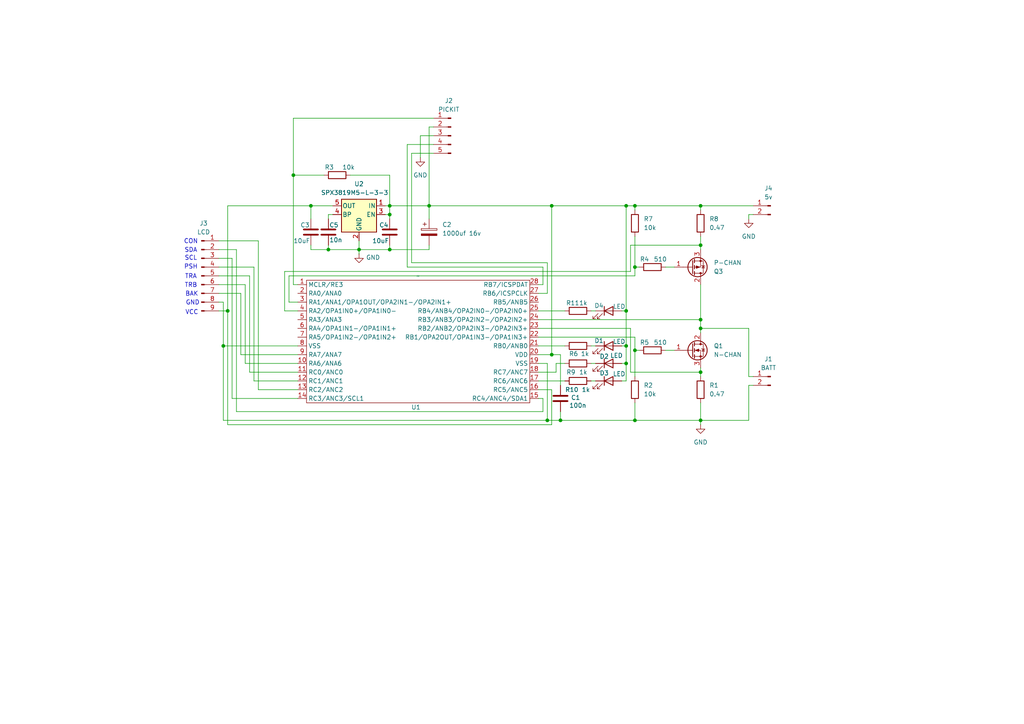
<source format=kicad_sch>
(kicad_sch (version 20231120) (generator "eeschema") (generator_version "8.0")
  (paper "A4")
  (lib_symbols
    (symbol "Connector:Conn_01x02_Pin" (pin_names (offset 1.016) hide)
      (property "Reference" "J" (at 0 2.54 0))
      (property "Value" "Conn_01x02_Pin" (at 0 -5.08 0))
      (symbol "Conn_01x02_Pin_1_1"
        (polyline (pts (xy 1.27 -2.54) (xy 0.8636 -2.54)) (stroke (width 0.1524)))
        (polyline (pts (xy 1.27 0) (xy 0.8636 0)) (stroke (width 0.1524)))
        (rectangle (start 0.8636 -2.413) (end 0 -2.667) (stroke (width 0.1524)) (fill (type outline)))
        (rectangle (start 0.8636 0.127) (end 0 -0.127) (stroke (width 0.1524)) (fill (type outline)))
        (pin passive line (at 5.08 0 180) (length 3.81) (name "Pin_1") (number "1"))
        (pin passive line (at 5.08 -2.54 180) (length 3.81) (name "Pin_2") (number "2"))
      )
    )
    (symbol "Connector:Conn_01x05_Pin" (pin_names (offset 1.016) hide)
      (property "Reference" "J" (at 0 7.62 0))
      (property "Value" "Conn_01x05_Pin" (at 0 -7.62 0))
      (symbol "Conn_01x05_Pin_1_1"
        (polyline (pts (xy 1.27 -5.08) (xy 0.8636 -5.08)) (stroke (width 0.1524)))
        (polyline (pts (xy 1.27 -2.54) (xy 0.8636 -2.54)) (stroke (width 0.1524)))
        (polyline (pts (xy 1.27 0) (xy 0.8636 0)) (stroke (width 0.1524)))
        (polyline (pts (xy 1.27 2.54) (xy 0.8636 2.54)) (stroke (width 0.1524)))
        (polyline (pts (xy 1.27 5.08) (xy 0.8636 5.08)) (stroke (width 0.1524)))
        (rectangle (start 0.8636 -4.953) (end 0 -5.207) (stroke (width 0.1524)) (fill (type outline)))
        (rectangle (start 0.8636 -2.413) (end 0 -2.667) (stroke (width 0.1524)) (fill (type outline)))
        (rectangle (start 0.8636 0.127) (end 0 -0.127) (stroke (width 0.1524)) (fill (type outline)))
        (rectangle (start 0.8636 2.667) (end 0 2.413) (stroke (width 0.1524)) (fill (type outline)))
        (rectangle (start 0.8636 5.207) (end 0 4.953) (stroke (width 0.1524)) (fill (type outline)))
        (pin passive line (at 5.08 5.08 180) (length 3.81) (name "Pin_1") (number "1"))
        (pin passive line (at 5.08 2.54 180) (length 3.81) (name "Pin_2") (number "2"))
        (pin passive line (at 5.08 0 180) (length 3.81) (name "Pin_3") (number "3"))
        (pin passive line (at 5.08 -2.54 180) (length 3.81) (name "Pin_4") (number "4"))
        (pin passive line (at 5.08 -5.08 180) (length 3.81) (name "Pin_5") (number "5"))
      )
    )
    (symbol "Connector:Conn_01x09_Pin" (pin_names (offset 1.016) hide)
      (property "Reference" "J" (at 0 12.7 0))
      (property "Value" "Conn_01x09_Pin" (at 0 -12.7 0))
      (symbol "Conn_01x09_Pin_1_1"
        (polyline (pts (xy 1.27 -10.16) (xy 0.8636 -10.16)) (stroke (width 0.1524)))
        (polyline (pts (xy 1.27 -7.62) (xy 0.8636 -7.62)) (stroke (width 0.1524)))
        (polyline (pts (xy 1.27 -5.08) (xy 0.8636 -5.08)) (stroke (width 0.1524)))
        (polyline (pts (xy 1.27 -2.54) (xy 0.8636 -2.54)) (stroke (width 0.1524)))
        (polyline (pts (xy 1.27 0) (xy 0.8636 0)) (stroke (width 0.1524)))
        (polyline (pts (xy 1.27 2.54) (xy 0.8636 2.54)) (stroke (width 0.1524)))
        (polyline (pts (xy 1.27 5.08) (xy 0.8636 5.08)) (stroke (width 0.1524)))
        (polyline (pts (xy 1.27 7.62) (xy 0.8636 7.62)) (stroke (width 0.1524)))
        (polyline (pts (xy 1.27 10.16) (xy 0.8636 10.16)) (stroke (width 0.1524)))
        (rectangle (start 0.8636 -10.033) (end 0 -10.287) (stroke (width 0.1524)) (fill (type outline)))
        (rectangle (start 0.8636 -7.493) (end 0 -7.747) (stroke (width 0.1524)) (fill (type outline)))
        (rectangle (start 0.8636 -4.953) (end 0 -5.207) (stroke (width 0.1524)) (fill (type outline)))
        (rectangle (start 0.8636 -2.413) (end 0 -2.667) (stroke (width 0.1524)) (fill (type outline)))
        (rectangle (start 0.8636 0.127) (end 0 -0.127) (stroke (width 0.1524)) (fill (type outline)))
        (rectangle (start 0.8636 2.667) (end 0 2.413) (stroke (width 0.1524)) (fill (type outline)))
        (rectangle (start 0.8636 5.207) (end 0 4.953) (stroke (width 0.1524)) (fill (type outline)))
        (rectangle (start 0.8636 7.747) (end 0 7.493) (stroke (width 0.1524)) (fill (type outline)))
        (rectangle (start 0.8636 10.287) (end 0 10.033) (stroke (width 0.1524)) (fill (type outline)))
        (pin passive line (at 5.08 10.16 180) (length 3.81) (name "Pin_1") (number "1"))
        (pin passive line (at 5.08 7.62 180) (length 3.81) (name "Pin_2") (number "2"))
        (pin passive line (at 5.08 5.08 180) (length 3.81) (name "Pin_3") (number "3"))
        (pin passive line (at 5.08 2.54 180) (length 3.81) (name "Pin_4") (number "4"))
        (pin passive line (at 5.08 0 180) (length 3.81) (name "Pin_5") (number "5"))
        (pin passive line (at 5.08 -2.54 180) (length 3.81) (name "Pin_6") (number "6"))
        (pin passive line (at 5.08 -5.08 180) (length 3.81) (name "Pin_7") (number "7"))
        (pin passive line (at 5.08 -7.62 180) (length 3.81) (name "Pin_8") (number "8"))
        (pin passive line (at 5.08 -10.16 180) (length 3.81) (name "Pin_9") (number "9"))
      )
    )
    (symbol "Device:C" (pin_numbers hide) (pin_names (offset 0.254))
      (property "Reference" "C" (at 0.635 2.54 0))
      (property "Value" "C" (at 0.635 -2.54 0))
      (symbol "C_0_1"
        (polyline (pts (xy -2.032 -0.762) (xy 2.032 -0.762)) (stroke (width 0.508)))
        (polyline (pts (xy -2.032 0.762) (xy 2.032 0.762)) (stroke (width 0.508)))
      )
      (symbol "C_1_1"
        (pin passive line (at 0 3.81 270) (length 2.794) (name "~") (number "1"))
        (pin passive line (at 0 -3.81 90) (length 2.794) (name "~") (number "2"))
      )
    )
    (symbol "Device:C_Polarized" (pin_numbers hide) (pin_names (offset 0.254))
      (property "Reference" "C" (at 0.635 2.54 0))
      (property "Value" "C_Polarized" (at 0.635 -2.54 0))
      (symbol "C_Polarized_0_1"
        (rectangle (start -2.286 0.508) (end 2.286 1.016))
        (polyline (pts (xy -1.778 2.286) (xy -0.762 2.286)))
        (polyline (pts (xy -1.27 2.794) (xy -1.27 1.778)))
        (rectangle (start 2.286 -0.508) (end -2.286 -1.016) (fill (type outline)))
      )
      (symbol "C_Polarized_1_1"
        (pin passive line (at 0 3.81 270) (length 2.794) (name "~") (number "1"))
        (pin passive line (at 0 -3.81 90) (length 2.794) (name "~") (number "2"))
      )
    )
    (symbol "Device:LED" (pin_numbers hide) (pin_names (offset 1.016) hide)
      (property "Reference" "D" (at 0 2.54 0))
      (property "Value" "LED" (at 0 -2.54 0))
      (symbol "LED_0_1"
        (polyline (pts (xy -1.27 -1.27) (xy -1.27 1.27)) (stroke (width 0.254)))
        (polyline (pts (xy -1.27 0) (xy 1.27 0)))
        (polyline (pts (xy 1.27 -1.27) (xy 1.27 1.27) (xy -1.27 0) (xy 1.27 -1.27)) (stroke (width 0.254)))
        (polyline (pts (xy -3.048 -0.762) (xy -4.572 -2.286) (xy -3.81 -2.286) (xy -4.572 -2.286) (xy -4.572 -1.524)))
        (polyline (pts (xy -1.778 -0.762) (xy -3.302 -2.286) (xy -2.54 -2.286) (xy -3.302 -2.286) (xy -3.302 -1.524)))
      )
      (symbol "LED_1_1"
        (pin passive line (at -3.81 0 0) (length 2.54) (name "K") (number "1"))
        (pin passive line (at 3.81 0 180) (length 2.54) (name "A") (number "2"))
      )
    )
    (symbol "Device:R" (pin_numbers hide) (pin_names (offset 0))
      (property "Reference" "R" (at 2.032 0 90))
      (property "Value" "R" (at 0 0 90))
      (symbol "R_0_1"
        (rectangle (start -1.016 -2.54) (end 1.016 2.54) (stroke (width 0.254)))
      )
      (symbol "R_1_1"
        (pin passive line (at 0 3.81 270) (length 1.27) (name "~") (number "1"))
        (pin passive line (at 0 -3.81 90) (length 1.27) (name "~") (number "2"))
      )
    )
    (symbol "Microchip:PIC18F25Q71"
      (property "Reference" "U" (at 0 22.86 0))
      (symbol "PIC18F25Q71_0_1"
        (rectangle (start -33.02 21.59) (end 31.75 -13.97))
      )
      (symbol "PIC18F25Q71_1_1"
        (pin bidirectional line (at -35.56 20.32 0) (length 2.54) (name "MCLR/RE3") (number "1"))
        (pin bidirectional line (at -35.56 -2.54 0) (length 2.54) (name "RA6/ANA6") (number "10"))
        (pin bidirectional line (at -35.56 -5.08 0) (length 2.54) (name "RC0/ANC0") (number "11"))
        (pin bidirectional line (at -35.56 -7.62 0) (length 2.54) (name "RC1/ANC1") (number "12"))
        (pin bidirectional line (at -35.56 -10.16 0) (length 2.54) (name "RC2/ANC2") (number "13"))
        (pin bidirectional line (at -35.56 -12.7 0) (length 2.54) (name "RC3/ANC3/SCL1") (number "14"))
        (pin bidirectional line (at 34.29 -12.7 180) (length 2.54) (name "RC4/ANC4/SDA1") (number "15"))
        (pin bidirectional line (at 34.29 -10.16 180) (length 2.54) (name "RC5/ANC5") (number "16"))
        (pin bidirectional line (at 34.29 -7.62 180) (length 2.54) (name "RC6/ANC6") (number "17"))
        (pin bidirectional line (at 34.29 -5.08 180) (length 2.54) (name "RC7/ANC7") (number "18"))
        (pin power_in line (at 34.29 -2.54 180) (length 2.54) (name "VSS") (number "19"))
        (pin bidirectional line (at -35.56 17.78 0) (length 2.54) (name "RA0/ANA0") (number "2"))
        (pin power_in line (at 34.29 0 180) (length 2.54) (name "VDD") (number "20"))
        (pin bidirectional line (at 34.29 2.54 180) (length 2.54) (name "RB0/ANB0") (number "21"))
        (pin bidirectional line (at 34.29 5.08 180) (length 2.54) (name "RB1/OPA2OUT/OPA1IN3-/OPA1IN3+") (number "22"))
        (pin bidirectional line (at 34.29 7.62 180) (length 2.54) (name "RB2/ANB2/OPA2IN3-/OPA2IN3+") (number "23"))
        (pin bidirectional line (at 34.29 10.16 180) (length 2.54) (name "RB3/ANB3/OPA2IN2-/OPA2IN2+") (number "24"))
        (pin bidirectional line (at 34.29 12.7 180) (length 2.54) (name "RB4/ANB4/OPA2IN0-/OPA2IN0+") (number "25"))
        (pin bidirectional line (at 34.29 15.24 180) (length 2.54) (name "RB5/ANB5") (number "26"))
        (pin bidirectional line (at 34.29 17.78 180) (length 2.54) (name "RB6/ICSPCLK") (number "27"))
        (pin bidirectional line (at 34.29 20.32 180) (length 2.54) (name "RB7/ICSPDAT") (number "28"))
        (pin bidirectional line (at -35.56 15.24 0) (length 2.54) (name "RA1/ANA1/OPA1OUT/OPA2IN1-/OPA2IN1+") (number "3"))
        (pin bidirectional line (at -35.56 12.7 0) (length 2.54) (name "RA2/OPA1IN0+/OPA1IN0-") (number "4"))
        (pin bidirectional line (at -35.56 10.16 0) (length 2.54) (name "RA3/ANA3") (number "5"))
        (pin bidirectional line (at -35.56 7.62 0) (length 2.54) (name "RA4/OPA1IN1-/OPA1IN1+") (number "6"))
        (pin bidirectional line (at -35.56 5.08 0) (length 2.54) (name "RA5/OPA1IN2-/OPA1IN2+") (number "7"))
        (pin power_in line (at -35.56 2.54 0) (length 2.54) (name "VSS") (number "8"))
        (pin bidirectional line (at -35.56 0 0) (length 2.54) (name "RA7/ANA7") (number "9"))
      )
    )
    (symbol "Regulator_Linear:SPX3819M5-L-3-3" (pin_names (offset 0.254))
      (property "Reference" "U" (at -3.81 5.715 0))
      (property "Value" "SPX3819M5-L-3-3" (at 0 5.715 0))
      (symbol "SPX3819M5-L-3-3_0_1"
        (rectangle (start -5.08 4.445) (end 5.08 -5.08) (stroke (width 0.254)) (fill (type background)))
      )
      (symbol "SPX3819M5-L-3-3_1_1"
        (pin power_in line (at -7.62 2.54 0) (length 2.54) (name "IN") (number "1"))
        (pin power_in line (at 0 -7.62 90) (length 2.54) (name "GND") (number "2"))
        (pin input line (at -7.62 0 0) (length 2.54) (name "EN") (number "3"))
        (pin input line (at 7.62 0 180) (length 2.54) (name "BP") (number "4"))
        (pin power_out line (at 7.62 2.54 180) (length 2.54) (name "OUT") (number "5"))
      )
    )
    (symbol "Transistor_FET:IRF540N" (pin_names hide)
      (property "Reference" "Q" (at 5.08 1.905 0))
      (property "Value" "IRF540N" (at 5.08 0 0))
      (symbol "IRF540N_0_1"
        (polyline (pts (xy 0.254 0) (xy -2.54 0)))
        (polyline (pts (xy 0.254 1.905) (xy 0.254 -1.905)) (stroke (width 0.254)))
        (polyline (pts (xy 0.762 -1.27) (xy 0.762 -2.286)) (stroke (width 0.254)))
        (polyline (pts (xy 0.762 0.508) (xy 0.762 -0.508)) (stroke (width 0.254)))
        (polyline (pts (xy 0.762 2.286) (xy 0.762 1.27)) (stroke (width 0.254)))
        (polyline (pts (xy 2.54 2.54) (xy 2.54 1.778)))
        (polyline (pts (xy 2.54 -2.54) (xy 2.54 0) (xy 0.762 0)))
        (polyline (pts (xy 0.762 -1.778) (xy 3.302 -1.778) (xy 3.302 1.778) (xy 0.762 1.778)))
        (polyline (pts (xy 1.016 0) (xy 2.032 0.381) (xy 2.032 -0.381) (xy 1.016 0)) (fill (type outline)))
        (polyline (pts (xy 2.794 0.508) (xy 2.921 0.381) (xy 3.683 0.381) (xy 3.81 0.254)))
        (polyline (pts (xy 3.302 0.381) (xy 2.921 -0.254) (xy 3.683 -0.254) (xy 3.302 0.381)))
        (circle (center 1.651 0) (radius 2.794) (stroke (width 0.254)))
        (circle (center 2.54 -1.778) (radius 0.254) (fill (type outline)))
        (circle (center 2.54 1.778) (radius 0.254) (fill (type outline)))
      )
      (symbol "IRF540N_1_1"
        (pin input line (at -5.08 0 0) (length 2.54) (name "G") (number "1"))
        (pin passive line (at 2.54 5.08 270) (length 2.54) (name "D") (number "2"))
        (pin passive line (at 2.54 -5.08 90) (length 2.54) (name "S") (number "3"))
      )
    )
    (symbol "Transistor_FET:IRF9540N" (pin_names hide)
      (property "Reference" "Q" (at 5.08 1.905 0))
      (property "Value" "IRF9540N" (at 5.08 0 0))
      (symbol "IRF9540N_0_1"
        (polyline (pts (xy 0.254 0) (xy -2.54 0)))
        (polyline (pts (xy 0.254 1.905) (xy 0.254 -1.905)) (stroke (width 0.254)))
        (polyline (pts (xy 0.762 -1.27) (xy 0.762 -2.286)) (stroke (width 0.254)))
        (polyline (pts (xy 0.762 0.508) (xy 0.762 -0.508)) (stroke (width 0.254)))
        (polyline (pts (xy 0.762 2.286) (xy 0.762 1.27)) (stroke (width 0.254)))
        (polyline (pts (xy 2.54 2.54) (xy 2.54 1.778)))
        (polyline (pts (xy 2.54 -2.54) (xy 2.54 0) (xy 0.762 0)))
        (polyline (pts (xy 0.762 1.778) (xy 3.302 1.778) (xy 3.302 -1.778) (xy 0.762 -1.778)))
        (polyline (pts (xy 2.286 0) (xy 1.27 0.381) (xy 1.27 -0.381) (xy 2.286 0)) (fill (type outline)))
        (polyline (pts (xy 2.794 -0.508) (xy 2.921 -0.381) (xy 3.683 -0.381) (xy 3.81 -0.254)))
        (polyline (pts (xy 3.302 -0.381) (xy 2.921 0.254) (xy 3.683 0.254) (xy 3.302 -0.381)))
        (circle (center 1.651 0) (radius 2.794) (stroke (width 0.254)))
        (circle (center 2.54 -1.778) (radius 0.254) (fill (type outline)))
        (circle (center 2.54 1.778) (radius 0.254) (fill (type outline)))
      )
      (symbol "IRF9540N_1_1"
        (pin input line (at -5.08 0 0) (length 2.54) (name "G") (number "1"))
        (pin passive line (at 2.54 5.08 270) (length 2.54) (name "D") (number "2"))
        (pin passive line (at 2.54 -5.08 90) (length 2.54) (name "S") (number "3"))
      )
    )
    (symbol "power:GND" (power) (pin_numbers hide) (pin_names (offset 0) hide)
      (property "Value" "GND" (at 0 -3.81 0))
      (symbol "GND_0_1"
        (polyline (pts (xy 0 0) (xy 0 -1.27) (xy 1.27 -1.27) (xy 0 -2.54) (xy -1.27 -1.27) (xy 0 -1.27)))
      )
      (symbol "GND_1_1"
        (pin power_in line (at 0 0 270) (length 0) (name "~") (number "1"))
      )
    )
  )
  (junction (at 160.02 102.87))
  (junction (at 203.2 59.69))
  (junction (at 85.09 50.8))
  (junction (at 113.03 59.69))
  (junction (at 203.2 121.92))
  (junction (at 184.15 121.92))
  (junction (at 104.14 72.39))
  (junction (at 203.2 95.25))
  (junction (at 184.15 59.69))
  (junction (at 160.02 59.69))
  (junction (at 181.61 105.41))
  (junction (at 162.56 121.92))
  (junction (at 66.04 90.17))
  (junction (at 64.77 100.33))
  (junction (at 181.61 59.69))
  (junction (at 90.17 59.69))
  (junction (at 181.61 90.17))
  (junction (at 158.75 121.92))
  (junction (at 95.25 72.39))
  (junction (at 184.15 101.6))
  (junction (at 113.03 62.23))
  (junction (at 113.03 72.39))
  (junction (at 184.15 77.47))
  (junction (at 181.61 100.33))
  (junction (at 124.46 59.69))
  (junction (at 203.2 92.71))
  (junction (at 203.2 71.12))
  (junction (at 203.2 107.95))
  (wire (pts (xy 113.03 72.39) (xy 104.14 72.39)))
  (wire (pts (xy 63.5 87.63) (xy 64.77 87.63)))
  (wire (pts (xy 64.77 100.33) (xy 86.36 100.33)))
  (wire (pts (xy 63.5 80.01) (xy 72.39 80.01)))
  (wire (pts (xy 156.21 85.09) (xy 158.75 85.09)))
  (wire (pts (xy 203.2 60.96) (xy 203.2 59.69)))
  (wire (pts (xy 203.2 92.71) (xy 203.2 95.25)))
  (wire (pts (xy 157.48 119.38) (xy 68.58 119.38)))
  (wire (pts (xy 63.5 77.47) (xy 73.66 77.47)))
  (wire (pts (xy 113.03 59.69) (xy 124.46 59.69)))
  (wire (pts (xy 66.04 123.19) (xy 66.04 90.17)))
  (wire (pts (xy 118.11 77.47) (xy 118.11 41.91)))
  (wire (pts (xy 156.21 95.25) (xy 182.88 95.25)))
  (wire (pts (xy 119.38 76.2) (xy 119.38 44.45)))
  (wire (pts (xy 90.17 59.69) (xy 96.52 59.69)))
  (wire (pts (xy 90.17 71.12) (xy 90.17 72.39)))
  (wire (pts (xy 124.46 71.12) (xy 124.46 72.39)))
  (wire (pts (xy 85.09 50.8) (xy 93.98 50.8)))
  (wire (pts (xy 158.75 105.41) (xy 158.75 121.92)))
  (wire (pts (xy 111.76 62.23) (xy 113.03 62.23)))
  (wire (pts (xy 113.03 50.8) (xy 113.03 59.69)))
  (wire (pts (xy 157.48 77.47) (xy 118.11 77.47)))
  (wire (pts (xy 203.2 116.84) (xy 203.2 121.92)))
  (wire (pts (xy 156.21 100.33) (xy 163.83 100.33)))
  (wire (pts (xy 157.48 82.55) (xy 157.48 77.47)))
  (wire (pts (xy 163.83 105.41) (xy 161.29 105.41)))
  (wire (pts (xy 156.21 110.49) (xy 163.83 110.49)))
  (wire (pts (xy 182.88 107.95) (xy 203.2 107.95)))
  (wire (pts (xy 184.15 68.58) (xy 184.15 77.47)))
  (wire (pts (xy 203.2 106.68) (xy 203.2 107.95)))
  (wire (pts (xy 171.45 105.41) (xy 172.72 105.41)))
  (wire (pts (xy 86.36 90.17) (xy 82.55 90.17)))
  (wire (pts (xy 182.88 95.25) (xy 182.88 107.95)))
  (wire (pts (xy 95.25 62.23) (xy 96.52 62.23)))
  (wire (pts (xy 156.21 92.71) (xy 203.2 92.71)))
  (wire (pts (xy 160.02 59.69) (xy 181.61 59.69)))
  (wire (pts (xy 156.21 102.87) (xy 160.02 102.87)))
  (wire (pts (xy 157.48 115.57) (xy 157.48 119.38)))
  (wire (pts (xy 86.36 82.55) (xy 85.09 82.55)))
  (wire (pts (xy 184.15 101.6) (xy 184.15 109.22)))
  (wire (pts (xy 217.17 111.76) (xy 217.17 121.92)))
  (wire (pts (xy 124.46 72.39) (xy 113.03 72.39)))
  (wire (pts (xy 125.73 39.37) (xy 121.92 39.37)))
  (wire (pts (xy 85.09 34.29) (xy 125.73 34.29)))
  (wire (pts (xy 156.21 90.17) (xy 163.83 90.17)))
  (wire (pts (xy 90.17 72.39) (xy 95.25 72.39)))
  (wire (pts (xy 218.44 109.22) (xy 217.17 109.22)))
  (wire (pts (xy 67.31 115.57) (xy 86.36 115.57)))
  (wire (pts (xy 72.39 80.01) (xy 72.39 107.95)))
  (wire (pts (xy 193.04 77.47) (xy 195.58 77.47)))
  (wire (pts (xy 218.44 62.23) (xy 217.17 62.23)))
  (wire (pts (xy 184.15 59.69) (xy 203.2 59.69)))
  (wire (pts (xy 83.82 80.01) (xy 184.15 80.01)))
  (wire (pts (xy 156.21 105.41) (xy 158.75 105.41)))
  (wire (pts (xy 203.2 121.92) (xy 203.2 123.19)))
  (wire (pts (xy 104.14 72.39) (xy 104.14 73.66)))
  (wire (pts (xy 182.88 78.74) (xy 182.88 71.12)))
  (wire (pts (xy 95.25 72.39) (xy 104.14 72.39)))
  (wire (pts (xy 171.45 90.17) (xy 172.72 90.17)))
  (wire (pts (xy 158.75 76.2) (xy 119.38 76.2)))
  (wire (pts (xy 73.66 110.49) (xy 86.36 110.49)))
  (wire (pts (xy 113.03 71.12) (xy 113.03 72.39)))
  (wire (pts (xy 203.2 107.95) (xy 203.2 109.22)))
  (wire (pts (xy 67.31 115.57) (xy 67.31 74.93)))
  (wire (pts (xy 193.04 101.6) (xy 195.58 101.6)))
  (wire (pts (xy 104.14 69.85) (xy 104.14 72.39)))
  (wire (pts (xy 74.93 113.03) (xy 86.36 113.03)))
  (wire (pts (xy 85.09 50.8) (xy 85.09 34.29)))
  (wire (pts (xy 180.34 90.17) (xy 181.61 90.17)))
  (wire (pts (xy 158.75 85.09) (xy 158.75 76.2)))
  (wire (pts (xy 158.75 121.92) (xy 162.56 121.92)))
  (wire (pts (xy 160.02 113.03) (xy 160.02 123.19)))
  (wire (pts (xy 71.12 105.41) (xy 86.36 105.41)))
  (wire (pts (xy 86.36 87.63) (xy 83.82 87.63)))
  (wire (pts (xy 83.82 87.63) (xy 83.82 80.01)))
  (wire (pts (xy 64.77 100.33) (xy 64.77 121.92)))
  (wire (pts (xy 162.56 102.87) (xy 160.02 102.87)))
  (wire (pts (xy 67.31 74.93) (xy 63.5 74.93)))
  (wire (pts (xy 74.93 69.85) (xy 74.93 113.03)))
  (wire (pts (xy 82.55 90.17) (xy 82.55 78.74)))
  (wire (pts (xy 69.85 102.87) (xy 69.85 85.09)))
  (wire (pts (xy 203.2 68.58) (xy 203.2 71.12)))
  (wire (pts (xy 171.45 110.49) (xy 172.72 110.49)))
  (wire (pts (xy 68.58 72.39) (xy 63.5 72.39)))
  (wire (pts (xy 180.34 100.33) (xy 181.61 100.33)))
  (wire (pts (xy 160.02 102.87) (xy 160.02 59.69)))
  (wire (pts (xy 180.34 110.49) (xy 181.61 110.49)))
  (wire (pts (xy 184.15 121.92) (xy 203.2 121.92)))
  (wire (pts (xy 217.17 95.25) (xy 217.17 109.22)))
  (wire (pts (xy 71.12 82.55) (xy 63.5 82.55)))
  (wire (pts (xy 218.44 111.76) (xy 217.17 111.76)))
  (wire (pts (xy 162.56 119.38) (xy 162.56 121.92)))
  (wire (pts (xy 185.42 77.47) (xy 184.15 77.47)))
  (wire (pts (xy 180.34 105.41) (xy 181.61 105.41)))
  (wire (pts (xy 156.21 107.95) (xy 161.29 107.95)))
  (wire (pts (xy 182.88 71.12) (xy 203.2 71.12)))
  (wire (pts (xy 66.04 59.69) (xy 90.17 59.69)))
  (wire (pts (xy 101.6 50.8) (xy 113.03 50.8)))
  (wire (pts (xy 161.29 105.41) (xy 161.29 107.95)))
  (wire (pts (xy 64.77 121.92) (xy 158.75 121.92)))
  (wire (pts (xy 63.5 69.85) (xy 74.93 69.85)))
  (wire (pts (xy 217.17 121.92) (xy 203.2 121.92)))
  (wire (pts (xy 162.56 121.92) (xy 184.15 121.92)))
  (wire (pts (xy 111.76 59.69) (xy 113.03 59.69)))
  (wire (pts (xy 156.21 115.57) (xy 157.48 115.57)))
  (wire (pts (xy 121.92 39.37) (xy 121.92 45.72)))
  (wire (pts (xy 73.66 77.47) (xy 73.66 110.49)))
  (wire (pts (xy 184.15 97.79) (xy 184.15 101.6)))
  (wire (pts (xy 203.2 59.69) (xy 218.44 59.69)))
  (wire (pts (xy 118.11 41.91) (xy 125.73 41.91)))
  (wire (pts (xy 82.55 78.74) (xy 182.88 78.74)))
  (wire (pts (xy 156.21 82.55) (xy 157.48 82.55)))
  (wire (pts (xy 124.46 59.69) (xy 160.02 59.69)))
  (wire (pts (xy 203.2 96.52) (xy 203.2 95.25)))
  (wire (pts (xy 217.17 62.23) (xy 217.17 63.5)))
  (wire (pts (xy 113.03 62.23) (xy 113.03 59.69)))
  (wire (pts (xy 119.38 44.45) (xy 125.73 44.45)))
  (wire (pts (xy 85.09 50.8) (xy 85.09 82.55)))
  (wire (pts (xy 124.46 59.69) (xy 124.46 63.5)))
  (wire (pts (xy 203.2 82.55) (xy 203.2 92.71)))
  (wire (pts (xy 66.04 59.69) (xy 66.04 90.17)))
  (wire (pts (xy 203.2 71.12) (xy 203.2 72.39)))
  (wire (pts (xy 86.36 102.87) (xy 69.85 102.87)))
  (wire (pts (xy 160.02 123.19) (xy 66.04 123.19)))
  (wire (pts (xy 125.73 36.83) (xy 124.46 36.83)))
  (wire (pts (xy 90.17 59.69) (xy 90.17 63.5)))
  (wire (pts (xy 181.61 59.69) (xy 184.15 59.69)))
  (wire (pts (xy 203.2 95.25) (xy 217.17 95.25)))
  (wire (pts (xy 71.12 82.55) (xy 71.12 105.41)))
  (wire (pts (xy 171.45 100.33) (xy 172.72 100.33)))
  (wire (pts (xy 113.03 62.23) (xy 113.03 63.5)))
  (wire (pts (xy 124.46 36.83) (xy 124.46 59.69)))
  (wire (pts (xy 95.25 63.5) (xy 95.25 62.23)))
  (wire (pts (xy 63.5 90.17) (xy 66.04 90.17)))
  (wire (pts (xy 184.15 116.84) (xy 184.15 121.92)))
  (wire (pts (xy 64.77 87.63) (xy 64.77 100.33)))
  (wire (pts (xy 156.21 113.03) (xy 160.02 113.03)))
  (wire (pts (xy 72.39 107.95) (xy 86.36 107.95)))
  (wire (pts (xy 181.61 59.69) (xy 181.61 90.17)))
  (wire (pts (xy 181.61 105.41) (xy 181.61 110.49)))
  (wire (pts (xy 181.61 100.33) (xy 181.61 105.41)))
  (wire (pts (xy 68.58 72.39) (xy 68.58 119.38)))
  (wire (pts (xy 184.15 80.01) (xy 184.15 77.47)))
  (wire (pts (xy 181.61 90.17) (xy 181.61 100.33)))
  (wire (pts (xy 184.15 59.69) (xy 184.15 60.96)))
  (wire (pts (xy 185.42 101.6) (xy 184.15 101.6)))
  (wire (pts (xy 95.25 71.12) (xy 95.25 72.39)))
  (wire (pts (xy 156.21 97.79) (xy 184.15 97.79)))
  (wire (pts (xy 69.85 85.09) (xy 63.5 85.09)))
  (wire (pts (xy 162.56 111.76) (xy 162.56 102.87)))
  (text "VCC" (at 55.626 90.678 0) (effects (font (size 1.27 1.27))))
  (text "CON" (at 55.372 70.104 0) (effects (font (size 1.27 1.27))))
  (text "SDA" (at 55.372 72.644 0) (effects (font (size 1.27 1.27))))
  (text "GND" (at 55.88 87.884 0) (effects (font (size 1.27 1.27))))
  (text "TRB" (at 55.372 82.804 0) (effects (font (size 1.27 1.27))))
  (text "TRA" (at 55.372 80.264 0) (effects (font (size 1.27 1.27))))
  (text "PSH" (at 55.372 77.47 0) (effects (font (size 1.27 1.27))))
  (text "BAK" (at 55.626 85.344 0) (effects (font (size 1.27 1.27))))
  (text "SCL" (at 55.372 74.93 0) (effects (font (size 1.27 1.27))))
  (symbol (lib_id "Device:LED") (at 176.53 90.17 0) (unit 1)
    (property "Reference" "D4" (at 173.736 88.646 0))
    (property "Value" "LED" (at 179.578 88.9 0))
    (property "Description" "Light emitting diode" (effects (hide yes)))
  )
  (symbol (lib_id "Device:C") (at 113.03 67.31 0) (unit 1)
    (property "Reference" "C4" (at 109.982 65.278 0) (effects (justify left)))
    (property "Value" "10uF" (at 107.95 69.85 0) (effects (justify left)))
    (property "Description" "Unpolarized capacitor" (effects (hide yes)))
  )
  (symbol (lib_id "Device:C") (at 90.17 67.31 0) (unit 1)
    (property "Reference" "C3" (at 87.122 65.278 0) (effects (justify left)))
    (property "Value" "10uF" (at 85.09 69.85 0) (effects (justify left)))
    (property "Description" "Unpolarized capacitor" (effects (hide yes)))
  )
  (symbol (lib_id "Regulator_Linear:SPX3819M5-L-3-3") (at 104.14 62.23 0) (mirror y) (unit 1)
    (property "Reference" "U2" (at 104.14 53.34 0))
    (property "Value" "SPX3819M5-L-3-3" (at 102.87 55.88 0))
    (property "Footprint" "Package_TO_SOT_SMD:SOT-23-5" (effects (hide yes)))
    (property "Datasheet" "https://www.exar.com/content/document.ashx?id=22106&languageid=1033&type=Datasheet&partnumber=SPX3819&filename=SPX3819.pdf&part=SPX3819" (effects (hide yes)))
    (property "Description" "500mA Low drop-out regulator, Fixed Output 3.3V, SOT-23-5" (effects (hide yes)))
  )
  (symbol (lib_id "Device:R") (at 203.2 64.77 0) (unit 1)
    (property "Reference" "R8" (at 205.74 63.4999 0) (effects (justify left)))
    (property "Value" "0.47" (at 205.74 66.0399 0) (effects (justify left)))
    (property "Description" "Resistor" (effects (hide yes)))
  )
  (symbol (lib_id "Device:R") (at 184.15 64.77 0) (unit 1)
    (property "Reference" "R7" (at 186.69 63.4999 0) (effects (justify left)))
    (property "Value" "10k" (at 186.69 66.0399 0) (effects (justify left)))
    (property "Description" "Resistor" (effects (hide yes)))
  )
  (symbol (lib_id "Device:R") (at 167.64 90.17 90) (unit 1)
    (property "Reference" "R11" (at 166.116 87.884 90))
    (property "Value" "1k" (at 169.164 87.884 90))
    (property "Description" "Resistor" (effects (hide yes)))
  )
  (symbol (lib_id "power:GND") (at 121.92 45.72 0) (unit 1)
    (property "Reference" "#PWR02" (effects (hide yes)))
    (property "Value" "GND" (at 121.92 50.8 0))
    (property "Description" "Power symbol creates a global label with name \"GND\" , ground" (effects (hide yes)))
  )
  (symbol (lib_id "power:GND") (at 104.14 73.66 0) (unit 1)
    (property "Reference" "#PWR03" (effects (hide yes)))
    (property "Value" "GND" (at 108.204 74.676 0))
    (property "Description" "Power symbol creates a global label with name \"GND\" , ground" (effects (hide yes)))
  )
  (symbol (lib_id "Device:R") (at 167.64 110.49 90) (unit 1)
    (property "Reference" "R10" (at 165.862 113.03 90))
    (property "Value" "1k" (at 169.926 113.03 90))
    (property "Description" "Resistor" (effects (hide yes)))
  )
  (symbol (lib_id "Microchip:PIC18F25Q71") (at 121.92 102.87 0) (unit 1)
    (property "Reference" "U1" (at 120.65 118.11 0))
    (property "Value" "~" (at 121.285 80.01 0))
  )
  (symbol (lib_id "Device:LED") (at 176.53 105.41 0) (unit 1)
    (property "Reference" "D2" (at 175.26 103.378 0))
    (property "Value" "LED" (at 178.816 103.124 0))
    (property "Description" "Light emitting diode" (effects (hide yes)))
  )
  (symbol (lib_id "Device:C") (at 162.56 115.57 0) (unit 1)
    (property "Reference" "C1" (at 165.608 115.316 0) (effects (justify left)))
    (property "Value" "100n" (at 165.1 117.602 0) (effects (justify left)))
    (property "Description" "Unpolarized capacitor" (effects (hide yes)))
  )
  (symbol (lib_id "Device:R") (at 189.23 77.47 90) (unit 1)
    (property "Reference" "R4" (at 186.944 75.184 90))
    (property "Value" "510" (at 191.516 75.184 90))
    (property "Description" "Resistor" (effects (hide yes)))
  )
  (symbol (lib_id "Device:R") (at 189.23 101.6 90) (unit 1)
    (property "Reference" "R5" (at 186.944 99.314 90))
    (property "Value" "510" (at 191.516 99.314 90))
    (property "Description" "Resistor" (effects (hide yes)))
  )
  (symbol (lib_id "Connector:Conn_01x09_Pin") (at 58.42 80.01 0) (unit 1)
    (property "Reference" "J3" (at 59.055 64.77 0))
    (property "Value" "LCD" (at 59.055 67.31 0))
    (property "Description" "Generic connector, single row, 01x09, script generated" (effects (hide yes)))
  )
  (symbol (lib_id "Connector:Conn_01x05_Pin") (at 130.81 39.37 0) (mirror y) (unit 1)
    (property "Reference" "J2" (at 130.175 29.21 0))
    (property "Value" "PICKIT" (at 130.175 31.75 0))
    (property "Description" "Generic connector, single row, 01x05, script generated" (effects (hide yes)))
  )
  (symbol (lib_id "Device:R") (at 167.64 100.33 90) (unit 1)
    (property "Reference" "R6" (at 166.37 102.616 90))
    (property "Value" "1k" (at 169.672 102.616 90))
    (property "Description" "Resistor" (effects (hide yes)))
  )
  (symbol (lib_id "Connector:Conn_01x02_Pin") (at 223.52 59.69 0) (mirror y) (unit 1)
    (property "Reference" "J4" (at 222.885 54.61 0))
    (property "Value" "5v" (at 222.885 57.15 0))
    (property "Description" "Generic connector, single row, 01x02, script generated" (effects (hide yes)))
  )
  (symbol (lib_id "Connector:Conn_01x02_Pin") (at 223.52 109.22 0) (mirror y) (unit 1)
    (property "Reference" "J1" (at 222.885 104.14 0))
    (property "Value" "BATT" (at 222.885 106.68 0))
    (property "Description" "Generic connector, single row, 01x02, script generated" (effects (hide yes)))
  )
  (symbol (lib_id "Device:C_Polarized") (at 124.46 67.31 0) (unit 1)
    (property "Reference" "C2" (at 128.27 65.1509 0) (effects (justify left)))
    (property "Value" "1000uf 16v" (at 128.27 67.6909 0) (effects (justify left)))
    (property "Description" "Polarized capacitor" (effects (hide yes)))
  )
  (symbol (lib_id "Device:R") (at 184.15 113.03 0) (unit 1)
    (property "Reference" "R2" (at 186.69 111.7599 0) (effects (justify left)))
    (property "Value" "10k" (at 186.69 114.2999 0) (effects (justify left)))
    (property "Description" "Resistor" (effects (hide yes)))
  )
  (symbol (lib_id "Device:R") (at 203.2 113.03 0) (unit 1)
    (property "Reference" "R1" (at 205.74 111.7599 0) (effects (justify left)))
    (property "Value" "0.47" (at 205.74 114.2999 0) (effects (justify left)))
    (property "Description" "Resistor" (effects (hide yes)))
  )
  (symbol (lib_id "Device:C") (at 95.25 67.31 0) (unit 1)
    (property "Reference" "C5" (at 95.504 65.278 0) (effects (justify left)))
    (property "Value" "10n" (at 95.504 69.596 0) (effects (justify left)))
    (property "Description" "Unpolarized capacitor" (effects (hide yes)))
  )
  (symbol (lib_id "Device:LED") (at 176.53 110.49 0) (unit 1)
    (property "Reference" "D3" (at 175.26 108.204 0))
    (property "Value" "LED" (at 179.578 108.458 0))
    (property "Description" "Light emitting diode" (effects (hide yes)))
  )
  (symbol (lib_id "Device:R") (at 167.64 105.41 90) (unit 1)
    (property "Reference" "R9" (at 165.608 107.95 90))
    (property "Value" "1k" (at 169.164 107.95 90))
    (property "Description" "Resistor" (effects (hide yes)))
  )
  (symbol (lib_id "power:GND") (at 203.2 123.19 0) (unit 1)
    (property "Reference" "#PWR01" (effects (hide yes)))
    (property "Value" "GND" (at 203.2 128.27 0))
    (property "Description" "Power symbol creates a global label with name \"GND\" , ground" (effects (hide yes)))
  )
  (symbol (lib_id "Device:R") (at 97.79 50.8 90) (unit 1)
    (property "Reference" "R3" (at 95.504 48.514 90))
    (property "Value" "10k" (at 101.092 48.514 90))
    (property "Description" "Resistor" (effects (hide yes)))
  )
  (symbol (lib_id "Transistor_FET:IRF9540N") (at 200.66 77.47 0) (mirror x) (unit 1)
    (property "Reference" "Q3" (at 207.01 78.7401 0) (effects (justify left)))
    (property "Value" "P-CHAN" (at 207.01 76.2001 0) (effects (justify left)))
    (property "Footprint" "Package_TO_SOT_THT:TO-220-3_Vertical" (effects (hide yes)))
    (property "Datasheet" "http://www.irf.com/product-info/datasheets/data/irf9540n.pdf" (effects (hide yes)))
    (property "Description" "-23A Id, -100V Vds, 117mOhm Rds, P-Channel HEXFET Power MOSFET, TO-220" (effects (hide yes)))
  )
  (symbol (lib_id "power:GND") (at 217.17 63.5 0) (unit 1)
    (property "Reference" "#PWR04" (effects (hide yes)))
    (property "Value" "GND" (at 217.17 68.58 0))
    (property "Description" "Power symbol creates a global label with name \"GND\" , ground" (effects (hide yes)))
  )
  (symbol (lib_id "Transistor_FET:IRF540N") (at 200.66 101.6 0) (unit 1)
    (property "Reference" "Q1" (at 207.01 100.3299 0) (effects (justify left)))
    (property "Value" "N-CHAN" (at 207.01 102.8699 0) (effects (justify left)))
    (property "Footprint" "Package_DirectFET:DirectFET_MX" (effects (hide yes)))
    (property "Datasheet" "http://www.irf.com/product-info/datasheets/data/irf540n.pdf" (effects (hide yes)))
    (property "Description" "33A Id, 100V Vds, HEXFET N-Channel MOSFET, TO-220" (effects (hide yes)))
  )
  (symbol (lib_id "Device:LED") (at 176.53 100.33 0) (unit 1)
    (property "Reference" "D1" (at 173.736 98.806 0))
    (property "Value" "LED" (at 179.578 99.06 0))
    (property "Description" "Light emitting diode" (effects (hide yes)))
  )
)
</source>
